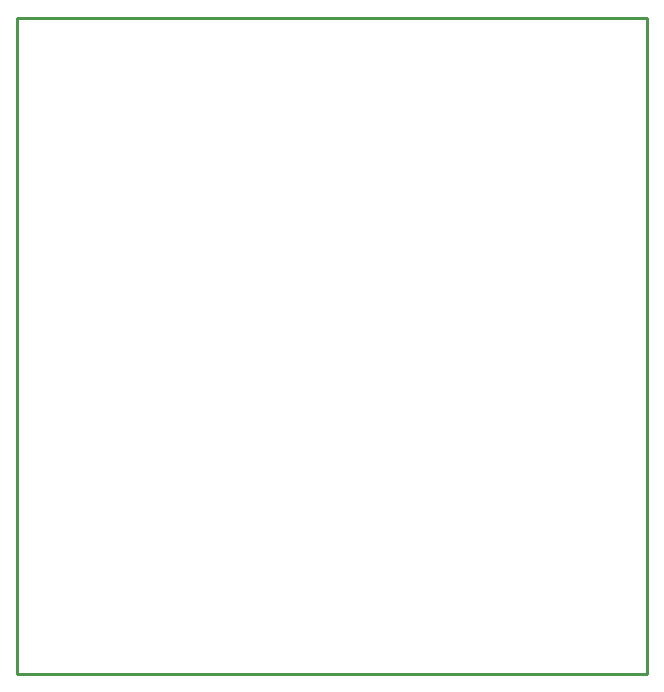
<source format=gbr>
G04 EAGLE Gerber X2 export*
%TF.Part,Single*%
%TF.FileFunction,Profile,NP*%
%TF.FilePolarity,Positive*%
%TF.GenerationSoftware,Autodesk,EAGLE,9.1.0*%
%TF.CreationDate,2018-07-29T06:40:26Z*%
G75*
%MOMM*%
%FSLAX34Y34*%
%LPD*%
%AMOC8*
5,1,8,0,0,1.08239X$1,22.5*%
G01*
%ADD10C,0.254000*%


D10*
X0Y0D02*
X533200Y0D01*
X533200Y555500D01*
X0Y555500D01*
X0Y0D01*
M02*

</source>
